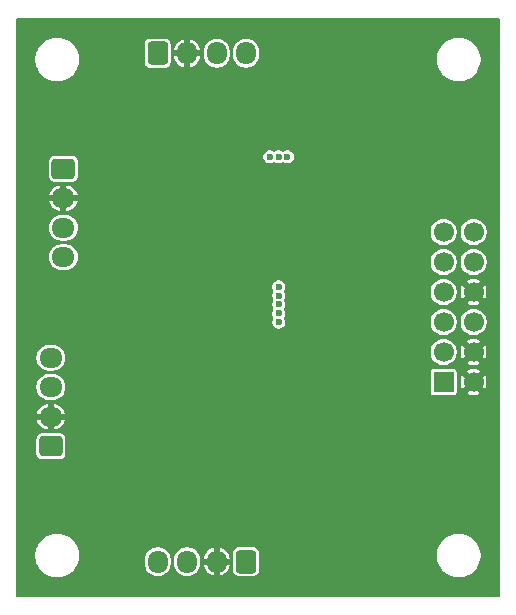
<source format=gbr>
%TF.GenerationSoftware,KiCad,Pcbnew,9.0.6*%
%TF.CreationDate,2025-12-29T21:08:54-05:00*%
%TF.ProjectId,plimsoll,706c696d-736f-46c6-9c2e-6b696361645f,rev?*%
%TF.SameCoordinates,Original*%
%TF.FileFunction,Copper,L3,Inr*%
%TF.FilePolarity,Positive*%
%FSLAX46Y46*%
G04 Gerber Fmt 4.6, Leading zero omitted, Abs format (unit mm)*
G04 Created by KiCad (PCBNEW 9.0.6) date 2025-12-29 21:08:54*
%MOMM*%
%LPD*%
G01*
G04 APERTURE LIST*
G04 Aperture macros list*
%AMRoundRect*
0 Rectangle with rounded corners*
0 $1 Rounding radius*
0 $2 $3 $4 $5 $6 $7 $8 $9 X,Y pos of 4 corners*
0 Add a 4 corners polygon primitive as box body*
4,1,4,$2,$3,$4,$5,$6,$7,$8,$9,$2,$3,0*
0 Add four circle primitives for the rounded corners*
1,1,$1+$1,$2,$3*
1,1,$1+$1,$4,$5*
1,1,$1+$1,$6,$7*
1,1,$1+$1,$8,$9*
0 Add four rect primitives between the rounded corners*
20,1,$1+$1,$2,$3,$4,$5,0*
20,1,$1+$1,$4,$5,$6,$7,0*
20,1,$1+$1,$6,$7,$8,$9,0*
20,1,$1+$1,$8,$9,$2,$3,0*%
G04 Aperture macros list end*
%TA.AperFunction,ComponentPad*%
%ADD10R,1.700000X1.700000*%
%TD*%
%TA.AperFunction,ComponentPad*%
%ADD11C,1.700000*%
%TD*%
%TA.AperFunction,ComponentPad*%
%ADD12RoundRect,0.250000X0.725000X-0.600000X0.725000X0.600000X-0.725000X0.600000X-0.725000X-0.600000X0*%
%TD*%
%TA.AperFunction,ComponentPad*%
%ADD13O,1.950000X1.700000*%
%TD*%
%TA.AperFunction,ComponentPad*%
%ADD14RoundRect,0.250000X0.600000X0.725000X-0.600000X0.725000X-0.600000X-0.725000X0.600000X-0.725000X0*%
%TD*%
%TA.AperFunction,ComponentPad*%
%ADD15O,1.700000X1.950000*%
%TD*%
%TA.AperFunction,ComponentPad*%
%ADD16RoundRect,0.250000X-0.725000X0.600000X-0.725000X-0.600000X0.725000X-0.600000X0.725000X0.600000X0*%
%TD*%
%TA.AperFunction,ComponentPad*%
%ADD17RoundRect,0.250000X-0.600000X-0.725000X0.600000X-0.725000X0.600000X0.725000X-0.600000X0.725000X0*%
%TD*%
%TA.AperFunction,ViaPad*%
%ADD18C,0.600000*%
%TD*%
G04 APERTURE END LIST*
D10*
%TO.N,+5V*%
%TO.C,J1*%
X136710000Y-131325000D03*
D11*
%TO.N,GND*%
X139250000Y-131325000D03*
%TO.N,/RSET*%
X136710000Y-128785000D03*
%TO.N,GND*%
X139250000Y-128785000D03*
%TO.N,/~{DRDY}*%
X136710000Y-126245000D03*
%TO.N,/~{CS}*%
X139250000Y-126245000D03*
%TO.N,/SCLK*%
X136710000Y-123705000D03*
%TO.N,GND*%
X139250000Y-123705000D03*
%TO.N,/DIN*%
X136710000Y-121165000D03*
%TO.N,/DOUT*%
X139250000Y-121165000D03*
%TO.N,/EXT_CLK*%
X136710000Y-118625000D03*
%TO.N,+3V3*%
X139250000Y-118625000D03*
%TD*%
D12*
%TO.N,+3.3VADC*%
%TO.C,LC3*%
X103475000Y-136750000D03*
D13*
%TO.N,GND*%
X103475000Y-134250000D03*
%TO.N,/LC3_Signal-*%
X103475000Y-131750000D03*
%TO.N,/LC3_Signal+*%
X103475000Y-129250000D03*
%TD*%
D14*
%TO.N,+3.3VADC*%
%TO.C,LC4*%
X120000000Y-146525000D03*
D15*
%TO.N,GND*%
X117500000Y-146525000D03*
%TO.N,/LC4_Signal-*%
X115000000Y-146525000D03*
%TO.N,/LC4_Signal+*%
X112500000Y-146525000D03*
%TD*%
D16*
%TO.N,+3.3VADC*%
%TO.C,LC2*%
X104525000Y-113250000D03*
D13*
%TO.N,GND*%
X104525000Y-115750000D03*
%TO.N,/LC2_Signal-*%
X104525000Y-118250000D03*
%TO.N,/LC2_Signal+*%
X104525000Y-120750000D03*
%TD*%
D17*
%TO.N,+3.3VADC*%
%TO.C,LC1*%
X112500000Y-103475000D03*
D15*
%TO.N,GND*%
X115000000Y-103475000D03*
%TO.N,/LC1_Signal-*%
X117500000Y-103475000D03*
%TO.N,/LC1_Signal+*%
X120000000Y-103475000D03*
%TD*%
D18*
%TO.N,GND*%
X130750000Y-109250000D03*
X140500000Y-135000000D03*
X133500000Y-102000000D03*
X125500000Y-147750000D03*
X133250000Y-147750000D03*
X127000000Y-116000000D03*
X131750000Y-115000000D03*
X129000000Y-102500000D03*
X109500000Y-115000000D03*
X123250000Y-108250000D03*
X121000000Y-116000000D03*
X118750000Y-122250000D03*
X102750000Y-125000000D03*
X129500000Y-116000000D03*
X124600000Y-122500000D03*
X111500000Y-127750000D03*
X108500000Y-148250000D03*
X127000000Y-118000000D03*
X125750000Y-116000000D03*
X131500000Y-124000000D03*
X115000000Y-118500000D03*
X117250000Y-134500000D03*
X136250000Y-135000000D03*
X121000000Y-114000000D03*
X130250000Y-113750000D03*
X121250000Y-122450000D03*
X121000000Y-120000000D03*
X128500000Y-139750000D03*
X128000000Y-119500000D03*
X108250000Y-125500000D03*
X101750000Y-141250000D03*
X127000000Y-122000000D03*
X131750000Y-117500000D03*
X127250000Y-120000000D03*
X131500000Y-121750000D03*
X114500000Y-109500000D03*
X121000000Y-118000000D03*
X123750000Y-133750000D03*
%TO.N,+3.3VADC*%
X122000000Y-112250000D03*
X122750000Y-125500000D03*
X122750000Y-126250000D03*
X123500000Y-112250000D03*
X122750000Y-112250000D03*
X122750000Y-123250000D03*
X122750000Y-124000000D03*
X122750000Y-124750000D03*
%TD*%
%TA.AperFunction,Conductor*%
%TO.N,GND*%
G36*
X141442539Y-100520185D02*
G01*
X141488294Y-100572989D01*
X141499500Y-100624500D01*
X141499500Y-149375500D01*
X141479815Y-149442539D01*
X141427011Y-149488294D01*
X141375500Y-149499500D01*
X100624500Y-149499500D01*
X100557461Y-149479815D01*
X100511706Y-149427011D01*
X100500500Y-149375500D01*
X100500500Y-145878711D01*
X102149500Y-145878711D01*
X102149500Y-146121288D01*
X102181161Y-146361785D01*
X102243947Y-146596104D01*
X102335303Y-146816657D01*
X102336776Y-146820212D01*
X102458064Y-147030289D01*
X102458066Y-147030292D01*
X102458067Y-147030293D01*
X102605733Y-147222736D01*
X102605739Y-147222743D01*
X102777256Y-147394260D01*
X102777262Y-147394265D01*
X102969711Y-147541936D01*
X103179788Y-147663224D01*
X103403900Y-147756054D01*
X103638211Y-147818838D01*
X103818586Y-147842584D01*
X103878711Y-147850500D01*
X103878712Y-147850500D01*
X104121289Y-147850500D01*
X104169388Y-147844167D01*
X104361789Y-147818838D01*
X104596100Y-147756054D01*
X104820212Y-147663224D01*
X105030289Y-147541936D01*
X105222738Y-147394265D01*
X105394265Y-147222738D01*
X105541936Y-147030289D01*
X105663224Y-146820212D01*
X105756054Y-146596100D01*
X105818838Y-146361789D01*
X105825210Y-146313389D01*
X111399500Y-146313389D01*
X111399500Y-146736610D01*
X111426579Y-146907585D01*
X111426598Y-146907701D01*
X111480127Y-147072445D01*
X111558768Y-147226788D01*
X111660586Y-147366928D01*
X111783072Y-147489414D01*
X111923212Y-147591232D01*
X112077555Y-147669873D01*
X112242299Y-147723402D01*
X112413389Y-147750500D01*
X112413390Y-147750500D01*
X112586610Y-147750500D01*
X112586611Y-147750500D01*
X112757701Y-147723402D01*
X112922445Y-147669873D01*
X113076788Y-147591232D01*
X113216928Y-147489414D01*
X113339414Y-147366928D01*
X113441232Y-147226788D01*
X113519873Y-147072445D01*
X113573402Y-146907701D01*
X113600500Y-146736611D01*
X113600500Y-146313389D01*
X113899500Y-146313389D01*
X113899500Y-146736610D01*
X113926579Y-146907585D01*
X113926598Y-146907701D01*
X113980127Y-147072445D01*
X114058768Y-147226788D01*
X114160586Y-147366928D01*
X114283072Y-147489414D01*
X114423212Y-147591232D01*
X114577555Y-147669873D01*
X114742299Y-147723402D01*
X114913389Y-147750500D01*
X114913390Y-147750500D01*
X115086610Y-147750500D01*
X115086611Y-147750500D01*
X115257701Y-147723402D01*
X115422445Y-147669873D01*
X115576788Y-147591232D01*
X115716928Y-147489414D01*
X115839414Y-147366928D01*
X115941232Y-147226788D01*
X116019873Y-147072445D01*
X116073402Y-146907701D01*
X116100500Y-146736611D01*
X116100500Y-146313389D01*
X116094420Y-146275000D01*
X116406086Y-146275000D01*
X117095854Y-146275000D01*
X117057370Y-146341657D01*
X117025000Y-146462465D01*
X117025000Y-146587535D01*
X117057370Y-146708343D01*
X117095854Y-146775000D01*
X116406086Y-146775000D01*
X116427086Y-146907585D01*
X116480591Y-147072257D01*
X116559195Y-147226524D01*
X116660967Y-147366602D01*
X116783397Y-147489032D01*
X116923475Y-147590804D01*
X117077744Y-147669408D01*
X117242415Y-147722914D01*
X117242414Y-147722914D01*
X117249999Y-147724115D01*
X117250000Y-147724114D01*
X117250000Y-146929145D01*
X117316657Y-146967630D01*
X117437465Y-147000000D01*
X117562535Y-147000000D01*
X117683343Y-146967630D01*
X117750000Y-146929145D01*
X117750000Y-147724115D01*
X117757584Y-147722914D01*
X117922255Y-147669408D01*
X118076524Y-147590804D01*
X118216602Y-147489032D01*
X118339032Y-147366602D01*
X118440804Y-147226524D01*
X118519408Y-147072257D01*
X118572913Y-146907585D01*
X118593914Y-146775000D01*
X117904146Y-146775000D01*
X117942630Y-146708343D01*
X117975000Y-146587535D01*
X117975000Y-146462465D01*
X117942630Y-146341657D01*
X117904146Y-146275000D01*
X118593914Y-146275000D01*
X118572913Y-146142414D01*
X118519408Y-145977742D01*
X118440802Y-145823471D01*
X118439505Y-145821686D01*
X118439504Y-145821685D01*
X118388973Y-145752135D01*
X118899500Y-145752135D01*
X118899500Y-147297870D01*
X118899501Y-147297876D01*
X118905908Y-147357483D01*
X118956202Y-147492328D01*
X118956206Y-147492335D01*
X119042452Y-147607544D01*
X119042455Y-147607547D01*
X119157664Y-147693793D01*
X119157671Y-147693797D01*
X119292517Y-147744091D01*
X119292516Y-147744091D01*
X119299444Y-147744835D01*
X119352127Y-147750500D01*
X120647872Y-147750499D01*
X120707483Y-147744091D01*
X120842331Y-147693796D01*
X120957546Y-147607546D01*
X121043796Y-147492331D01*
X121094091Y-147357483D01*
X121100500Y-147297873D01*
X121100499Y-145878711D01*
X136149500Y-145878711D01*
X136149500Y-146121288D01*
X136181161Y-146361785D01*
X136243947Y-146596104D01*
X136335303Y-146816657D01*
X136336776Y-146820212D01*
X136458064Y-147030289D01*
X136458066Y-147030292D01*
X136458067Y-147030293D01*
X136605733Y-147222736D01*
X136605739Y-147222743D01*
X136777256Y-147394260D01*
X136777262Y-147394265D01*
X136969711Y-147541936D01*
X137179788Y-147663224D01*
X137403900Y-147756054D01*
X137638211Y-147818838D01*
X137818586Y-147842584D01*
X137878711Y-147850500D01*
X137878712Y-147850500D01*
X138121289Y-147850500D01*
X138169388Y-147844167D01*
X138361789Y-147818838D01*
X138596100Y-147756054D01*
X138820212Y-147663224D01*
X139030289Y-147541936D01*
X139222738Y-147394265D01*
X139394265Y-147222738D01*
X139541936Y-147030289D01*
X139663224Y-146820212D01*
X139756054Y-146596100D01*
X139818838Y-146361789D01*
X139850500Y-146121288D01*
X139850500Y-145878712D01*
X139818838Y-145638211D01*
X139756054Y-145403900D01*
X139663224Y-145179788D01*
X139541936Y-144969711D01*
X139394265Y-144777262D01*
X139394260Y-144777256D01*
X139222743Y-144605739D01*
X139222736Y-144605733D01*
X139030293Y-144458067D01*
X139030292Y-144458066D01*
X139030289Y-144458064D01*
X138820212Y-144336776D01*
X138820205Y-144336773D01*
X138596104Y-144243947D01*
X138361785Y-144181161D01*
X138121289Y-144149500D01*
X138121288Y-144149500D01*
X137878712Y-144149500D01*
X137878711Y-144149500D01*
X137638214Y-144181161D01*
X137403895Y-144243947D01*
X137179794Y-144336773D01*
X137179785Y-144336777D01*
X136969706Y-144458067D01*
X136777263Y-144605733D01*
X136777256Y-144605739D01*
X136605739Y-144777256D01*
X136605733Y-144777263D01*
X136458067Y-144969706D01*
X136336777Y-145179785D01*
X136336773Y-145179794D01*
X136243947Y-145403895D01*
X136181161Y-145638214D01*
X136149500Y-145878711D01*
X121100499Y-145878711D01*
X121100499Y-145752128D01*
X121094091Y-145692517D01*
X121090690Y-145683399D01*
X121043797Y-145557671D01*
X121043793Y-145557664D01*
X120957547Y-145442455D01*
X120957544Y-145442452D01*
X120842335Y-145356206D01*
X120842328Y-145356202D01*
X120707482Y-145305908D01*
X120707483Y-145305908D01*
X120647883Y-145299501D01*
X120647881Y-145299500D01*
X120647873Y-145299500D01*
X120647864Y-145299500D01*
X119352129Y-145299500D01*
X119352123Y-145299501D01*
X119292516Y-145305908D01*
X119157671Y-145356202D01*
X119157664Y-145356206D01*
X119042455Y-145442452D01*
X119042452Y-145442455D01*
X118956206Y-145557664D01*
X118956202Y-145557671D01*
X118905908Y-145692517D01*
X118899501Y-145752116D01*
X118899501Y-145752123D01*
X118899500Y-145752135D01*
X118388973Y-145752135D01*
X118339038Y-145683404D01*
X118339034Y-145683399D01*
X118216602Y-145560967D01*
X118076524Y-145459195D01*
X117922257Y-145380591D01*
X117757589Y-145327087D01*
X117757581Y-145327085D01*
X117750000Y-145325884D01*
X117750000Y-146120854D01*
X117683343Y-146082370D01*
X117562535Y-146050000D01*
X117437465Y-146050000D01*
X117316657Y-146082370D01*
X117250000Y-146120854D01*
X117250000Y-145325884D01*
X117249999Y-145325884D01*
X117242418Y-145327085D01*
X117242410Y-145327087D01*
X117077742Y-145380591D01*
X116923475Y-145459195D01*
X116783397Y-145560967D01*
X116660967Y-145683397D01*
X116559195Y-145823475D01*
X116480591Y-145977742D01*
X116427086Y-146142414D01*
X116406086Y-146275000D01*
X116094420Y-146275000D01*
X116073402Y-146142299D01*
X116019873Y-145977555D01*
X115941232Y-145823212D01*
X115839414Y-145683072D01*
X115716928Y-145560586D01*
X115576788Y-145458768D01*
X115422445Y-145380127D01*
X115257701Y-145326598D01*
X115257699Y-145326597D01*
X115257698Y-145326597D01*
X115126271Y-145305781D01*
X115086611Y-145299500D01*
X114913389Y-145299500D01*
X114873728Y-145305781D01*
X114742302Y-145326597D01*
X114577552Y-145380128D01*
X114423211Y-145458768D01*
X114343256Y-145516859D01*
X114283072Y-145560586D01*
X114283070Y-145560588D01*
X114283069Y-145560588D01*
X114160588Y-145683069D01*
X114160588Y-145683070D01*
X114160586Y-145683072D01*
X114160345Y-145683404D01*
X114058768Y-145823211D01*
X113980128Y-145977552D01*
X113926597Y-146142302D01*
X113899500Y-146313389D01*
X113600500Y-146313389D01*
X113573402Y-146142299D01*
X113519873Y-145977555D01*
X113441232Y-145823212D01*
X113339414Y-145683072D01*
X113216928Y-145560586D01*
X113076788Y-145458768D01*
X112922445Y-145380127D01*
X112757701Y-145326598D01*
X112757699Y-145326597D01*
X112757698Y-145326597D01*
X112626271Y-145305781D01*
X112586611Y-145299500D01*
X112413389Y-145299500D01*
X112373728Y-145305781D01*
X112242302Y-145326597D01*
X112077552Y-145380128D01*
X111923211Y-145458768D01*
X111843256Y-145516859D01*
X111783072Y-145560586D01*
X111783070Y-145560588D01*
X111783069Y-145560588D01*
X111660588Y-145683069D01*
X111660588Y-145683070D01*
X111660586Y-145683072D01*
X111660345Y-145683404D01*
X111558768Y-145823211D01*
X111480128Y-145977552D01*
X111426597Y-146142302D01*
X111399500Y-146313389D01*
X105825210Y-146313389D01*
X105850500Y-146121288D01*
X105850500Y-145878712D01*
X105818838Y-145638211D01*
X105756054Y-145403900D01*
X105663224Y-145179788D01*
X105541936Y-144969711D01*
X105394265Y-144777262D01*
X105394260Y-144777256D01*
X105222743Y-144605739D01*
X105222736Y-144605733D01*
X105030293Y-144458067D01*
X105030292Y-144458066D01*
X105030289Y-144458064D01*
X104820212Y-144336776D01*
X104820205Y-144336773D01*
X104596104Y-144243947D01*
X104361785Y-144181161D01*
X104121289Y-144149500D01*
X104121288Y-144149500D01*
X103878712Y-144149500D01*
X103878711Y-144149500D01*
X103638214Y-144181161D01*
X103403895Y-144243947D01*
X103179794Y-144336773D01*
X103179785Y-144336777D01*
X102969706Y-144458067D01*
X102777263Y-144605733D01*
X102777256Y-144605739D01*
X102605739Y-144777256D01*
X102605733Y-144777263D01*
X102458067Y-144969706D01*
X102336777Y-145179785D01*
X102336773Y-145179794D01*
X102243947Y-145403895D01*
X102181161Y-145638214D01*
X102149500Y-145878711D01*
X100500500Y-145878711D01*
X100500500Y-136102135D01*
X102249500Y-136102135D01*
X102249500Y-137397870D01*
X102249501Y-137397876D01*
X102255908Y-137457483D01*
X102306202Y-137592328D01*
X102306206Y-137592335D01*
X102392452Y-137707544D01*
X102392455Y-137707547D01*
X102507664Y-137793793D01*
X102507671Y-137793797D01*
X102642517Y-137844091D01*
X102642516Y-137844091D01*
X102649444Y-137844835D01*
X102702127Y-137850500D01*
X104247872Y-137850499D01*
X104307483Y-137844091D01*
X104442331Y-137793796D01*
X104557546Y-137707546D01*
X104643796Y-137592331D01*
X104694091Y-137457483D01*
X104700500Y-137397873D01*
X104700499Y-136102128D01*
X104694091Y-136042517D01*
X104643796Y-135907669D01*
X104643795Y-135907668D01*
X104643793Y-135907664D01*
X104557547Y-135792455D01*
X104557544Y-135792452D01*
X104442335Y-135706206D01*
X104442328Y-135706202D01*
X104307482Y-135655908D01*
X104307483Y-135655908D01*
X104247883Y-135649501D01*
X104247881Y-135649500D01*
X104247873Y-135649500D01*
X104247864Y-135649500D01*
X102702129Y-135649500D01*
X102702123Y-135649501D01*
X102642516Y-135655908D01*
X102507671Y-135706202D01*
X102507664Y-135706206D01*
X102392455Y-135792452D01*
X102392452Y-135792455D01*
X102306206Y-135907664D01*
X102306202Y-135907671D01*
X102255908Y-136042517D01*
X102249501Y-136102116D01*
X102249501Y-136102123D01*
X102249500Y-136102135D01*
X100500500Y-136102135D01*
X100500500Y-133999999D01*
X102275884Y-133999999D01*
X102275885Y-134000000D01*
X103070854Y-134000000D01*
X103032370Y-134066657D01*
X103000000Y-134187465D01*
X103000000Y-134312535D01*
X103032370Y-134433343D01*
X103070854Y-134500000D01*
X102275885Y-134500000D01*
X102277085Y-134507584D01*
X102330591Y-134672255D01*
X102409195Y-134826524D01*
X102510967Y-134966602D01*
X102633397Y-135089032D01*
X102773475Y-135190804D01*
X102927744Y-135269408D01*
X103092415Y-135322913D01*
X103225000Y-135343913D01*
X103225000Y-134654145D01*
X103291657Y-134692630D01*
X103412465Y-134725000D01*
X103537535Y-134725000D01*
X103658343Y-134692630D01*
X103725000Y-134654145D01*
X103725000Y-135343912D01*
X103857584Y-135322913D01*
X104022255Y-135269408D01*
X104176524Y-135190804D01*
X104316602Y-135089032D01*
X104439032Y-134966602D01*
X104540804Y-134826524D01*
X104619408Y-134672255D01*
X104672914Y-134507584D01*
X104674115Y-134500000D01*
X103879146Y-134500000D01*
X103917630Y-134433343D01*
X103950000Y-134312535D01*
X103950000Y-134187465D01*
X103917630Y-134066657D01*
X103879146Y-134000000D01*
X104674115Y-134000000D01*
X104674115Y-133999999D01*
X104672914Y-133992415D01*
X104619408Y-133827744D01*
X104540804Y-133673475D01*
X104439032Y-133533397D01*
X104316602Y-133410967D01*
X104176524Y-133309195D01*
X104022257Y-133230591D01*
X103857585Y-133177086D01*
X103725000Y-133156086D01*
X103725000Y-133845854D01*
X103658343Y-133807370D01*
X103537535Y-133775000D01*
X103412465Y-133775000D01*
X103291657Y-133807370D01*
X103225000Y-133845854D01*
X103225000Y-133156086D01*
X103092414Y-133177086D01*
X102927742Y-133230591D01*
X102773475Y-133309195D01*
X102633397Y-133410967D01*
X102510967Y-133533397D01*
X102409195Y-133673475D01*
X102330591Y-133827744D01*
X102277085Y-133992415D01*
X102275884Y-133999999D01*
X100500500Y-133999999D01*
X100500500Y-131663389D01*
X102249500Y-131663389D01*
X102249500Y-131836611D01*
X102276598Y-132007701D01*
X102330127Y-132172445D01*
X102408768Y-132326788D01*
X102510586Y-132466928D01*
X102633072Y-132589414D01*
X102773212Y-132691232D01*
X102927555Y-132769873D01*
X103092299Y-132823402D01*
X103263389Y-132850500D01*
X103263390Y-132850500D01*
X103686610Y-132850500D01*
X103686611Y-132850500D01*
X103857701Y-132823402D01*
X104022445Y-132769873D01*
X104176788Y-132691232D01*
X104316928Y-132589414D01*
X104439414Y-132466928D01*
X104541232Y-132326788D01*
X104619873Y-132172445D01*
X104673402Y-132007701D01*
X104700500Y-131836611D01*
X104700500Y-131663389D01*
X104673402Y-131492299D01*
X104619873Y-131327555D01*
X104541232Y-131173212D01*
X104439414Y-131033072D01*
X104316928Y-130910586D01*
X104176788Y-130808768D01*
X104058432Y-130748463D01*
X104022447Y-130730128D01*
X104022446Y-130730127D01*
X104022445Y-130730127D01*
X103857701Y-130676598D01*
X103857699Y-130676597D01*
X103857698Y-130676597D01*
X103726271Y-130655781D01*
X103686611Y-130649500D01*
X103263389Y-130649500D01*
X103223728Y-130655781D01*
X103092302Y-130676597D01*
X102927552Y-130730128D01*
X102773211Y-130808768D01*
X102693256Y-130866859D01*
X102633072Y-130910586D01*
X102633070Y-130910588D01*
X102633069Y-130910588D01*
X102510588Y-131033069D01*
X102510588Y-131033070D01*
X102510586Y-131033072D01*
X102466859Y-131093256D01*
X102408768Y-131173211D01*
X102330128Y-131327552D01*
X102276597Y-131492302D01*
X102272528Y-131517993D01*
X102249500Y-131663389D01*
X100500500Y-131663389D01*
X100500500Y-130450321D01*
X135609500Y-130450321D01*
X135609500Y-132199678D01*
X135624032Y-132272735D01*
X135624033Y-132272739D01*
X135624034Y-132272740D01*
X135679399Y-132355601D01*
X135742726Y-132397914D01*
X135762260Y-132410966D01*
X135762264Y-132410967D01*
X135835321Y-132425499D01*
X135835324Y-132425500D01*
X135835326Y-132425500D01*
X137584676Y-132425500D01*
X137584677Y-132425499D01*
X137657740Y-132410966D01*
X137740601Y-132355601D01*
X137795966Y-132272740D01*
X137810500Y-132199674D01*
X137810500Y-131238428D01*
X138150000Y-131238428D01*
X138150000Y-131411571D01*
X138177085Y-131582584D01*
X138230592Y-131747259D01*
X138309196Y-131901525D01*
X138313709Y-131907736D01*
X138313709Y-131907737D01*
X138767037Y-131454409D01*
X138784075Y-131517993D01*
X138849901Y-131632007D01*
X138942993Y-131725099D01*
X139057007Y-131790925D01*
X139120589Y-131807962D01*
X138667261Y-132261289D01*
X138667262Y-132261290D01*
X138673471Y-132265801D01*
X138827742Y-132344408D01*
X138992415Y-132397914D01*
X139163429Y-132425000D01*
X139336571Y-132425000D01*
X139507584Y-132397914D01*
X139672257Y-132344408D01*
X139826525Y-132265803D01*
X139832736Y-132261289D01*
X139832737Y-132261289D01*
X139379410Y-131807962D01*
X139442993Y-131790925D01*
X139557007Y-131725099D01*
X139650099Y-131632007D01*
X139715925Y-131517993D01*
X139732962Y-131454409D01*
X140186289Y-131907736D01*
X140190803Y-131901525D01*
X140269408Y-131747257D01*
X140322914Y-131582584D01*
X140350000Y-131411571D01*
X140350000Y-131238428D01*
X140322914Y-131067415D01*
X140269408Y-130902742D01*
X140190801Y-130748471D01*
X140186290Y-130742262D01*
X140186289Y-130742261D01*
X139732962Y-131195589D01*
X139715925Y-131132007D01*
X139650099Y-131017993D01*
X139557007Y-130924901D01*
X139442993Y-130859075D01*
X139379409Y-130842037D01*
X139832737Y-130388709D01*
X139826525Y-130384196D01*
X139672259Y-130305592D01*
X139507584Y-130252085D01*
X139336571Y-130225000D01*
X139163429Y-130225000D01*
X138992415Y-130252085D01*
X138827740Y-130305592D01*
X138673480Y-130384193D01*
X138673463Y-130384203D01*
X138667261Y-130388708D01*
X138667261Y-130388709D01*
X139120590Y-130842037D01*
X139057007Y-130859075D01*
X138942993Y-130924901D01*
X138849901Y-131017993D01*
X138784075Y-131132007D01*
X138767037Y-131195590D01*
X138313709Y-130742261D01*
X138313708Y-130742261D01*
X138309203Y-130748463D01*
X138309193Y-130748480D01*
X138230592Y-130902740D01*
X138177085Y-131067415D01*
X138150000Y-131238428D01*
X137810500Y-131238428D01*
X137810500Y-130450326D01*
X137810500Y-130450322D01*
X137795967Y-130377264D01*
X137795966Y-130377260D01*
X137778086Y-130350500D01*
X137740601Y-130294399D01*
X137657740Y-130239034D01*
X137657739Y-130239033D01*
X137657735Y-130239032D01*
X137584677Y-130224500D01*
X137584674Y-130224500D01*
X135835326Y-130224500D01*
X135835323Y-130224500D01*
X135762264Y-130239032D01*
X135762260Y-130239033D01*
X135679399Y-130294399D01*
X135624033Y-130377260D01*
X135624032Y-130377264D01*
X135609500Y-130450321D01*
X100500500Y-130450321D01*
X100500500Y-129163389D01*
X102249500Y-129163389D01*
X102249500Y-129336610D01*
X102275683Y-129501929D01*
X102276598Y-129507701D01*
X102330127Y-129672445D01*
X102408768Y-129826788D01*
X102510586Y-129966928D01*
X102633072Y-130089414D01*
X102773212Y-130191232D01*
X102927555Y-130269873D01*
X103092299Y-130323402D01*
X103263389Y-130350500D01*
X103263390Y-130350500D01*
X103686610Y-130350500D01*
X103686611Y-130350500D01*
X103857701Y-130323402D01*
X104022445Y-130269873D01*
X104176788Y-130191232D01*
X104316928Y-130089414D01*
X104439414Y-129966928D01*
X104541232Y-129826788D01*
X104619873Y-129672445D01*
X104673402Y-129507701D01*
X104700500Y-129336611D01*
X104700500Y-129163389D01*
X104673402Y-128992299D01*
X104619873Y-128827555D01*
X104554060Y-128698389D01*
X135609500Y-128698389D01*
X135609500Y-128871610D01*
X135628615Y-128992302D01*
X135636598Y-129042701D01*
X135690127Y-129207445D01*
X135768768Y-129361788D01*
X135870586Y-129501928D01*
X135993072Y-129624414D01*
X136133212Y-129726232D01*
X136287555Y-129804873D01*
X136452299Y-129858402D01*
X136623389Y-129885500D01*
X136623390Y-129885500D01*
X136796610Y-129885500D01*
X136796611Y-129885500D01*
X136967701Y-129858402D01*
X137132445Y-129804873D01*
X137286788Y-129726232D01*
X137426928Y-129624414D01*
X137549414Y-129501928D01*
X137651232Y-129361788D01*
X137729873Y-129207445D01*
X137783402Y-129042701D01*
X137810500Y-128871611D01*
X137810500Y-128698428D01*
X138150000Y-128698428D01*
X138150000Y-128871571D01*
X138177085Y-129042584D01*
X138230592Y-129207259D01*
X138309196Y-129361525D01*
X138313709Y-129367736D01*
X138313709Y-129367737D01*
X138767037Y-128914409D01*
X138784075Y-128977993D01*
X138849901Y-129092007D01*
X138942993Y-129185099D01*
X139057007Y-129250925D01*
X139120589Y-129267962D01*
X138667261Y-129721289D01*
X138667262Y-129721290D01*
X138673471Y-129725801D01*
X138827742Y-129804408D01*
X138992415Y-129857914D01*
X139163429Y-129885000D01*
X139336571Y-129885000D01*
X139507584Y-129857914D01*
X139672257Y-129804408D01*
X139826525Y-129725803D01*
X139832736Y-129721289D01*
X139832737Y-129721289D01*
X139379410Y-129267962D01*
X139442993Y-129250925D01*
X139557007Y-129185099D01*
X139650099Y-129092007D01*
X139715925Y-128977993D01*
X139732962Y-128914409D01*
X140186289Y-129367736D01*
X140190803Y-129361525D01*
X140269408Y-129207257D01*
X140322914Y-129042584D01*
X140350000Y-128871571D01*
X140350000Y-128698428D01*
X140322914Y-128527415D01*
X140269408Y-128362742D01*
X140190801Y-128208471D01*
X140186290Y-128202262D01*
X140186289Y-128202261D01*
X139732962Y-128655589D01*
X139715925Y-128592007D01*
X139650099Y-128477993D01*
X139557007Y-128384901D01*
X139442993Y-128319075D01*
X139379409Y-128302037D01*
X139832737Y-127848709D01*
X139826525Y-127844196D01*
X139672259Y-127765592D01*
X139507584Y-127712085D01*
X139336571Y-127685000D01*
X139163429Y-127685000D01*
X138992415Y-127712085D01*
X138827740Y-127765592D01*
X138673480Y-127844193D01*
X138673463Y-127844203D01*
X138667261Y-127848708D01*
X138667261Y-127848709D01*
X139120590Y-128302037D01*
X139057007Y-128319075D01*
X138942993Y-128384901D01*
X138849901Y-128477993D01*
X138784075Y-128592007D01*
X138767037Y-128655590D01*
X138313709Y-128202261D01*
X138313708Y-128202261D01*
X138309203Y-128208463D01*
X138309193Y-128208480D01*
X138230592Y-128362740D01*
X138177085Y-128527415D01*
X138150000Y-128698428D01*
X137810500Y-128698428D01*
X137810500Y-128698389D01*
X137783402Y-128527299D01*
X137729873Y-128362555D01*
X137651232Y-128208212D01*
X137549414Y-128068072D01*
X137426928Y-127945586D01*
X137286788Y-127843768D01*
X137132445Y-127765127D01*
X136967701Y-127711598D01*
X136967699Y-127711597D01*
X136967698Y-127711597D01*
X136836271Y-127690781D01*
X136796611Y-127684500D01*
X136623389Y-127684500D01*
X136583728Y-127690781D01*
X136452302Y-127711597D01*
X136287552Y-127765128D01*
X136133211Y-127843768D01*
X136053256Y-127901859D01*
X135993072Y-127945586D01*
X135993070Y-127945588D01*
X135993069Y-127945588D01*
X135870588Y-128068069D01*
X135870588Y-128068070D01*
X135870586Y-128068072D01*
X135826859Y-128128256D01*
X135768768Y-128208211D01*
X135690128Y-128362552D01*
X135636597Y-128527302D01*
X135609500Y-128698389D01*
X104554060Y-128698389D01*
X104541232Y-128673212D01*
X104541231Y-128673211D01*
X104525937Y-128652160D01*
X104439414Y-128533072D01*
X104316928Y-128410586D01*
X104176788Y-128308768D01*
X104022445Y-128230127D01*
X103857701Y-128176598D01*
X103857699Y-128176597D01*
X103857698Y-128176597D01*
X103726271Y-128155781D01*
X103686611Y-128149500D01*
X103263389Y-128149500D01*
X103223728Y-128155781D01*
X103092302Y-128176597D01*
X102927552Y-128230128D01*
X102773211Y-128308768D01*
X102699185Y-128362552D01*
X102633072Y-128410586D01*
X102633070Y-128410588D01*
X102633069Y-128410588D01*
X102510588Y-128533069D01*
X102510588Y-128533070D01*
X102510586Y-128533072D01*
X102467767Y-128592007D01*
X102408768Y-128673211D01*
X102330128Y-128827552D01*
X102276597Y-128992302D01*
X102249500Y-129163389D01*
X100500500Y-129163389D01*
X100500500Y-123177525D01*
X122199500Y-123177525D01*
X122199500Y-123322475D01*
X122232947Y-123447299D01*
X122237017Y-123462488D01*
X122295048Y-123563000D01*
X122311521Y-123630900D01*
X122295048Y-123687000D01*
X122237017Y-123787511D01*
X122237016Y-123787515D01*
X122199500Y-123927525D01*
X122199500Y-124072475D01*
X122237016Y-124212485D01*
X122237017Y-124212488D01*
X122295048Y-124313000D01*
X122311521Y-124380900D01*
X122295048Y-124437000D01*
X122237017Y-124537511D01*
X122237016Y-124537515D01*
X122199500Y-124677525D01*
X122199500Y-124822475D01*
X122237016Y-124962485D01*
X122237017Y-124962488D01*
X122295048Y-125063000D01*
X122311521Y-125130900D01*
X122295048Y-125187000D01*
X122237017Y-125287511D01*
X122237016Y-125287515D01*
X122199500Y-125427525D01*
X122199500Y-125572475D01*
X122225153Y-125668211D01*
X122237017Y-125712488D01*
X122295048Y-125813000D01*
X122311521Y-125880900D01*
X122295048Y-125937000D01*
X122237017Y-126037511D01*
X122237016Y-126037515D01*
X122199500Y-126177525D01*
X122199500Y-126322475D01*
X122237016Y-126462485D01*
X122237017Y-126462488D01*
X122309488Y-126588011D01*
X122309490Y-126588013D01*
X122309491Y-126588015D01*
X122411985Y-126690509D01*
X122411986Y-126690510D01*
X122411988Y-126690511D01*
X122537511Y-126762982D01*
X122537512Y-126762982D01*
X122537515Y-126762984D01*
X122677525Y-126800500D01*
X122677528Y-126800500D01*
X122822472Y-126800500D01*
X122822475Y-126800500D01*
X122962485Y-126762984D01*
X123088015Y-126690509D01*
X123190509Y-126588015D01*
X123262984Y-126462485D01*
X123300500Y-126322475D01*
X123300500Y-126177525D01*
X123295372Y-126158389D01*
X135609500Y-126158389D01*
X135609500Y-126331611D01*
X135636598Y-126502701D01*
X135690127Y-126667445D01*
X135768768Y-126821788D01*
X135870586Y-126961928D01*
X135993072Y-127084414D01*
X136133212Y-127186232D01*
X136287555Y-127264873D01*
X136452299Y-127318402D01*
X136623389Y-127345500D01*
X136623390Y-127345500D01*
X136796610Y-127345500D01*
X136796611Y-127345500D01*
X136967701Y-127318402D01*
X137132445Y-127264873D01*
X137286788Y-127186232D01*
X137426928Y-127084414D01*
X137549414Y-126961928D01*
X137651232Y-126821788D01*
X137729873Y-126667445D01*
X137783402Y-126502701D01*
X137810500Y-126331611D01*
X137810500Y-126158389D01*
X138149500Y-126158389D01*
X138149500Y-126331611D01*
X138176598Y-126502701D01*
X138230127Y-126667445D01*
X138308768Y-126821788D01*
X138410586Y-126961928D01*
X138533072Y-127084414D01*
X138673212Y-127186232D01*
X138827555Y-127264873D01*
X138992299Y-127318402D01*
X139163389Y-127345500D01*
X139163390Y-127345500D01*
X139336610Y-127345500D01*
X139336611Y-127345500D01*
X139507701Y-127318402D01*
X139672445Y-127264873D01*
X139826788Y-127186232D01*
X139966928Y-127084414D01*
X140089414Y-126961928D01*
X140191232Y-126821788D01*
X140269873Y-126667445D01*
X140323402Y-126502701D01*
X140350500Y-126331611D01*
X140350500Y-126158389D01*
X140323402Y-125987299D01*
X140269873Y-125822555D01*
X140191232Y-125668212D01*
X140089414Y-125528072D01*
X139966928Y-125405586D01*
X139826788Y-125303768D01*
X139672445Y-125225127D01*
X139507701Y-125171598D01*
X139507699Y-125171597D01*
X139507698Y-125171597D01*
X139376271Y-125150781D01*
X139336611Y-125144500D01*
X139163389Y-125144500D01*
X139123728Y-125150781D01*
X138992302Y-125171597D01*
X138827552Y-125225128D01*
X138673211Y-125303768D01*
X138593256Y-125361859D01*
X138533072Y-125405586D01*
X138533070Y-125405588D01*
X138533069Y-125405588D01*
X138410588Y-125528069D01*
X138410588Y-125528070D01*
X138410586Y-125528072D01*
X138378325Y-125572475D01*
X138308768Y-125668211D01*
X138230128Y-125822552D01*
X138176597Y-125987302D01*
X138149500Y-126158389D01*
X137810500Y-126158389D01*
X137783402Y-125987299D01*
X137729873Y-125822555D01*
X137651232Y-125668212D01*
X137549414Y-125528072D01*
X137426928Y-125405586D01*
X137286788Y-125303768D01*
X137132445Y-125225127D01*
X136967701Y-125171598D01*
X136967699Y-125171597D01*
X136967698Y-125171597D01*
X136836271Y-125150781D01*
X136796611Y-125144500D01*
X136623389Y-125144500D01*
X136583728Y-125150781D01*
X136452302Y-125171597D01*
X136287552Y-125225128D01*
X136133211Y-125303768D01*
X136053256Y-125361859D01*
X135993072Y-125405586D01*
X135993070Y-125405588D01*
X135993069Y-125405588D01*
X135870588Y-125528069D01*
X135870588Y-125528070D01*
X135870586Y-125528072D01*
X135838325Y-125572475D01*
X135768768Y-125668211D01*
X135690128Y-125822552D01*
X135636597Y-125987302D01*
X135609500Y-126158389D01*
X123295372Y-126158389D01*
X123262984Y-126037515D01*
X123204950Y-125936997D01*
X123188478Y-125869101D01*
X123204951Y-125813000D01*
X123262984Y-125712485D01*
X123300500Y-125572475D01*
X123300500Y-125427525D01*
X123262984Y-125287515D01*
X123204950Y-125186997D01*
X123188478Y-125119101D01*
X123204951Y-125063000D01*
X123262984Y-124962485D01*
X123300500Y-124822475D01*
X123300500Y-124677525D01*
X123262984Y-124537515D01*
X123204950Y-124436997D01*
X123188478Y-124369101D01*
X123204951Y-124313000D01*
X123262984Y-124212485D01*
X123300500Y-124072475D01*
X123300500Y-123927525D01*
X123262984Y-123787515D01*
X123204950Y-123686997D01*
X123202120Y-123675333D01*
X123195157Y-123665554D01*
X123194035Y-123642010D01*
X123188478Y-123619101D01*
X123188687Y-123618389D01*
X135609500Y-123618389D01*
X135609500Y-123791610D01*
X135631026Y-123927525D01*
X135636598Y-123962701D01*
X135690127Y-124127445D01*
X135768768Y-124281788D01*
X135870586Y-124421928D01*
X135993072Y-124544414D01*
X136133212Y-124646232D01*
X136287555Y-124724873D01*
X136452299Y-124778402D01*
X136623389Y-124805500D01*
X136623390Y-124805500D01*
X136796610Y-124805500D01*
X136796611Y-124805500D01*
X136967701Y-124778402D01*
X137132445Y-124724873D01*
X137286788Y-124646232D01*
X137426928Y-124544414D01*
X137549414Y-124421928D01*
X137651232Y-124281788D01*
X137729873Y-124127445D01*
X137783402Y-123962701D01*
X137810500Y-123791611D01*
X137810500Y-123618428D01*
X138150000Y-123618428D01*
X138150000Y-123791571D01*
X138177085Y-123962584D01*
X138230592Y-124127259D01*
X138309196Y-124281525D01*
X138313709Y-124287736D01*
X138313709Y-124287737D01*
X138767037Y-123834409D01*
X138784075Y-123897993D01*
X138849901Y-124012007D01*
X138942993Y-124105099D01*
X139057007Y-124170925D01*
X139120589Y-124187962D01*
X138667261Y-124641289D01*
X138667262Y-124641290D01*
X138673471Y-124645801D01*
X138827742Y-124724408D01*
X138992415Y-124777914D01*
X139163429Y-124805000D01*
X139336571Y-124805000D01*
X139507584Y-124777914D01*
X139672257Y-124724408D01*
X139826525Y-124645803D01*
X139832736Y-124641289D01*
X139832737Y-124641289D01*
X139379410Y-124187962D01*
X139442993Y-124170925D01*
X139557007Y-124105099D01*
X139650099Y-124012007D01*
X139715925Y-123897993D01*
X139732962Y-123834409D01*
X140186289Y-124287736D01*
X140190803Y-124281525D01*
X140269408Y-124127257D01*
X140322914Y-123962584D01*
X140350000Y-123791571D01*
X140350000Y-123618428D01*
X140322914Y-123447415D01*
X140269408Y-123282742D01*
X140190801Y-123128471D01*
X140186290Y-123122262D01*
X140186289Y-123122261D01*
X139732962Y-123575589D01*
X139715925Y-123512007D01*
X139650099Y-123397993D01*
X139557007Y-123304901D01*
X139442993Y-123239075D01*
X139379409Y-123222037D01*
X139832737Y-122768709D01*
X139826525Y-122764196D01*
X139672259Y-122685592D01*
X139507584Y-122632085D01*
X139336571Y-122605000D01*
X139163429Y-122605000D01*
X138992415Y-122632085D01*
X138827740Y-122685592D01*
X138673480Y-122764193D01*
X138673463Y-122764203D01*
X138667261Y-122768708D01*
X138667261Y-122768709D01*
X139120590Y-123222037D01*
X139057007Y-123239075D01*
X138942993Y-123304901D01*
X138849901Y-123397993D01*
X138784075Y-123512007D01*
X138767037Y-123575590D01*
X138313709Y-123122261D01*
X138313708Y-123122261D01*
X138309203Y-123128463D01*
X138309193Y-123128480D01*
X138230592Y-123282740D01*
X138177085Y-123447415D01*
X138150000Y-123618428D01*
X137810500Y-123618428D01*
X137810500Y-123618389D01*
X137783402Y-123447299D01*
X137729873Y-123282555D01*
X137651232Y-123128212D01*
X137549414Y-122988072D01*
X137426928Y-122865586D01*
X137286788Y-122763768D01*
X137132445Y-122685127D01*
X136967701Y-122631598D01*
X136967699Y-122631597D01*
X136967698Y-122631597D01*
X136836271Y-122610781D01*
X136796611Y-122604500D01*
X136623389Y-122604500D01*
X136583728Y-122610781D01*
X136452302Y-122631597D01*
X136287552Y-122685128D01*
X136133211Y-122763768D01*
X136070284Y-122809488D01*
X135993072Y-122865586D01*
X135993070Y-122865588D01*
X135993069Y-122865588D01*
X135870588Y-122988069D01*
X135870588Y-122988070D01*
X135870586Y-122988072D01*
X135826859Y-123048256D01*
X135768768Y-123128211D01*
X135690128Y-123282552D01*
X135636597Y-123447302D01*
X135609500Y-123618389D01*
X123188687Y-123618389D01*
X123192321Y-123606010D01*
X123191834Y-123595764D01*
X123204951Y-123563000D01*
X123262984Y-123462485D01*
X123300500Y-123322475D01*
X123300500Y-123177525D01*
X123262984Y-123037515D01*
X123234436Y-122988069D01*
X123190511Y-122911988D01*
X123190506Y-122911982D01*
X123088017Y-122809493D01*
X123088011Y-122809488D01*
X122962488Y-122737017D01*
X122962489Y-122737017D01*
X122951006Y-122733940D01*
X122822475Y-122699500D01*
X122677525Y-122699500D01*
X122548993Y-122733940D01*
X122537511Y-122737017D01*
X122411988Y-122809488D01*
X122411982Y-122809493D01*
X122309493Y-122911982D01*
X122309488Y-122911988D01*
X122237017Y-123037511D01*
X122237016Y-123037515D01*
X122199500Y-123177525D01*
X100500500Y-123177525D01*
X100500500Y-120663389D01*
X103299500Y-120663389D01*
X103299500Y-120836610D01*
X103326597Y-121007697D01*
X103326597Y-121007699D01*
X103326598Y-121007701D01*
X103380127Y-121172445D01*
X103458768Y-121326788D01*
X103560586Y-121466928D01*
X103683072Y-121589414D01*
X103823212Y-121691232D01*
X103977555Y-121769873D01*
X104142299Y-121823402D01*
X104313389Y-121850500D01*
X104313390Y-121850500D01*
X104736610Y-121850500D01*
X104736611Y-121850500D01*
X104907701Y-121823402D01*
X105072445Y-121769873D01*
X105226788Y-121691232D01*
X105366928Y-121589414D01*
X105489414Y-121466928D01*
X105591232Y-121326788D01*
X105669873Y-121172445D01*
X105700434Y-121078389D01*
X135609500Y-121078389D01*
X135609500Y-121251611D01*
X135636598Y-121422701D01*
X135690127Y-121587445D01*
X135768768Y-121741788D01*
X135870586Y-121881928D01*
X135993072Y-122004414D01*
X136133212Y-122106232D01*
X136287555Y-122184873D01*
X136452299Y-122238402D01*
X136623389Y-122265500D01*
X136623390Y-122265500D01*
X136796610Y-122265500D01*
X136796611Y-122265500D01*
X136967701Y-122238402D01*
X137132445Y-122184873D01*
X137286788Y-122106232D01*
X137426928Y-122004414D01*
X137549414Y-121881928D01*
X137651232Y-121741788D01*
X137729873Y-121587445D01*
X137783402Y-121422701D01*
X137810500Y-121251611D01*
X137810500Y-121078389D01*
X138149500Y-121078389D01*
X138149500Y-121251611D01*
X138176598Y-121422701D01*
X138230127Y-121587445D01*
X138308768Y-121741788D01*
X138410586Y-121881928D01*
X138533072Y-122004414D01*
X138673212Y-122106232D01*
X138827555Y-122184873D01*
X138992299Y-122238402D01*
X139163389Y-122265500D01*
X139163390Y-122265500D01*
X139336610Y-122265500D01*
X139336611Y-122265500D01*
X139507701Y-122238402D01*
X139672445Y-122184873D01*
X139826788Y-122106232D01*
X139966928Y-122004414D01*
X140089414Y-121881928D01*
X140191232Y-121741788D01*
X140269873Y-121587445D01*
X140323402Y-121422701D01*
X140350500Y-121251611D01*
X140350500Y-121078389D01*
X140323402Y-120907299D01*
X140269873Y-120742555D01*
X140191232Y-120588212D01*
X140089414Y-120448072D01*
X139966928Y-120325586D01*
X139826788Y-120223768D01*
X139672445Y-120145127D01*
X139507701Y-120091598D01*
X139507699Y-120091597D01*
X139507698Y-120091597D01*
X139376271Y-120070781D01*
X139336611Y-120064500D01*
X139163389Y-120064500D01*
X139123728Y-120070781D01*
X138992302Y-120091597D01*
X138827552Y-120145128D01*
X138673211Y-120223768D01*
X138593256Y-120281859D01*
X138533072Y-120325586D01*
X138533070Y-120325588D01*
X138533069Y-120325588D01*
X138410588Y-120448069D01*
X138410588Y-120448070D01*
X138410586Y-120448072D01*
X138378453Y-120492299D01*
X138308768Y-120588211D01*
X138230128Y-120742552D01*
X138176597Y-120907302D01*
X138149500Y-121078389D01*
X137810500Y-121078389D01*
X137783402Y-120907299D01*
X137729873Y-120742555D01*
X137651232Y-120588212D01*
X137549414Y-120448072D01*
X137426928Y-120325586D01*
X137286788Y-120223768D01*
X137132445Y-120145127D01*
X136967701Y-120091598D01*
X136967699Y-120091597D01*
X136967698Y-120091597D01*
X136836271Y-120070781D01*
X136796611Y-120064500D01*
X136623389Y-120064500D01*
X136583728Y-120070781D01*
X136452302Y-120091597D01*
X136287552Y-120145128D01*
X136133211Y-120223768D01*
X136053256Y-120281859D01*
X135993072Y-120325586D01*
X135993070Y-120325588D01*
X135993069Y-120325588D01*
X135870588Y-120448069D01*
X135870588Y-120448070D01*
X135870586Y-120448072D01*
X135838453Y-120492299D01*
X135768768Y-120588211D01*
X135690128Y-120742552D01*
X135636597Y-120907302D01*
X135609500Y-121078389D01*
X105700434Y-121078389D01*
X105723402Y-121007701D01*
X105750500Y-120836611D01*
X105750500Y-120663389D01*
X105723402Y-120492299D01*
X105669873Y-120327555D01*
X105591232Y-120173212D01*
X105489414Y-120033072D01*
X105366928Y-119910586D01*
X105226788Y-119808768D01*
X105072445Y-119730127D01*
X104907701Y-119676598D01*
X104907699Y-119676597D01*
X104907698Y-119676597D01*
X104776271Y-119655781D01*
X104736611Y-119649500D01*
X104313389Y-119649500D01*
X104273728Y-119655781D01*
X104142302Y-119676597D01*
X103977552Y-119730128D01*
X103823211Y-119808768D01*
X103743256Y-119866859D01*
X103683072Y-119910586D01*
X103683070Y-119910588D01*
X103683069Y-119910588D01*
X103560588Y-120033069D01*
X103560588Y-120033070D01*
X103560586Y-120033072D01*
X103537752Y-120064500D01*
X103458768Y-120173211D01*
X103380128Y-120327552D01*
X103326597Y-120492302D01*
X103299500Y-120663389D01*
X100500500Y-120663389D01*
X100500500Y-118163389D01*
X103299500Y-118163389D01*
X103299500Y-118336610D01*
X103326597Y-118507697D01*
X103326597Y-118507699D01*
X103326598Y-118507701D01*
X103380127Y-118672445D01*
X103458768Y-118826788D01*
X103560586Y-118966928D01*
X103683072Y-119089414D01*
X103823212Y-119191232D01*
X103977555Y-119269873D01*
X104142299Y-119323402D01*
X104313389Y-119350500D01*
X104313390Y-119350500D01*
X104736610Y-119350500D01*
X104736611Y-119350500D01*
X104907701Y-119323402D01*
X105072445Y-119269873D01*
X105226788Y-119191232D01*
X105366928Y-119089414D01*
X105489414Y-118966928D01*
X105591232Y-118826788D01*
X105669873Y-118672445D01*
X105713431Y-118538389D01*
X135609500Y-118538389D01*
X135609500Y-118711611D01*
X135636598Y-118882701D01*
X135690127Y-119047445D01*
X135768768Y-119201788D01*
X135870586Y-119341928D01*
X135993072Y-119464414D01*
X136133212Y-119566232D01*
X136287555Y-119644873D01*
X136452299Y-119698402D01*
X136623389Y-119725500D01*
X136623390Y-119725500D01*
X136796610Y-119725500D01*
X136796611Y-119725500D01*
X136967701Y-119698402D01*
X137132445Y-119644873D01*
X137286788Y-119566232D01*
X137426928Y-119464414D01*
X137549414Y-119341928D01*
X137651232Y-119201788D01*
X137729873Y-119047445D01*
X137783402Y-118882701D01*
X137810500Y-118711611D01*
X137810500Y-118538389D01*
X138149500Y-118538389D01*
X138149500Y-118711611D01*
X138176598Y-118882701D01*
X138230127Y-119047445D01*
X138308768Y-119201788D01*
X138410586Y-119341928D01*
X138533072Y-119464414D01*
X138673212Y-119566232D01*
X138827555Y-119644873D01*
X138992299Y-119698402D01*
X139163389Y-119725500D01*
X139163390Y-119725500D01*
X139336610Y-119725500D01*
X139336611Y-119725500D01*
X139507701Y-119698402D01*
X139672445Y-119644873D01*
X139826788Y-119566232D01*
X139966928Y-119464414D01*
X140089414Y-119341928D01*
X140191232Y-119201788D01*
X140269873Y-119047445D01*
X140323402Y-118882701D01*
X140350500Y-118711611D01*
X140350500Y-118538389D01*
X140323402Y-118367299D01*
X140269873Y-118202555D01*
X140191232Y-118048212D01*
X140089414Y-117908072D01*
X139966928Y-117785586D01*
X139826788Y-117683768D01*
X139672445Y-117605127D01*
X139507701Y-117551598D01*
X139507699Y-117551597D01*
X139507698Y-117551597D01*
X139376271Y-117530781D01*
X139336611Y-117524500D01*
X139163389Y-117524500D01*
X139123728Y-117530781D01*
X138992302Y-117551597D01*
X138827552Y-117605128D01*
X138673211Y-117683768D01*
X138593256Y-117741859D01*
X138533072Y-117785586D01*
X138533070Y-117785588D01*
X138533069Y-117785588D01*
X138410588Y-117908069D01*
X138410588Y-117908070D01*
X138410586Y-117908072D01*
X138366859Y-117968256D01*
X138308768Y-118048211D01*
X138230128Y-118202552D01*
X138176597Y-118367302D01*
X138149500Y-118538389D01*
X137810500Y-118538389D01*
X137783402Y-118367299D01*
X137729873Y-118202555D01*
X137651232Y-118048212D01*
X137549414Y-117908072D01*
X137426928Y-117785586D01*
X137286788Y-117683768D01*
X137132445Y-117605127D01*
X136967701Y-117551598D01*
X136967699Y-117551597D01*
X136967698Y-117551597D01*
X136836271Y-117530781D01*
X136796611Y-117524500D01*
X136623389Y-117524500D01*
X136583728Y-117530781D01*
X136452302Y-117551597D01*
X136287552Y-117605128D01*
X136133211Y-117683768D01*
X136053256Y-117741859D01*
X135993072Y-117785586D01*
X135993070Y-117785588D01*
X135993069Y-117785588D01*
X135870588Y-117908069D01*
X135870588Y-117908070D01*
X135870586Y-117908072D01*
X135826859Y-117968256D01*
X135768768Y-118048211D01*
X135690128Y-118202552D01*
X135636597Y-118367302D01*
X135609500Y-118538389D01*
X105713431Y-118538389D01*
X105723402Y-118507701D01*
X105750500Y-118336611D01*
X105750500Y-118163389D01*
X105723402Y-117992299D01*
X105669873Y-117827555D01*
X105591232Y-117673212D01*
X105489414Y-117533072D01*
X105366928Y-117410586D01*
X105226788Y-117308768D01*
X105072445Y-117230127D01*
X104907701Y-117176598D01*
X104907699Y-117176597D01*
X104907698Y-117176597D01*
X104776271Y-117155781D01*
X104736611Y-117149500D01*
X104313389Y-117149500D01*
X104273728Y-117155781D01*
X104142302Y-117176597D01*
X103977552Y-117230128D01*
X103823211Y-117308768D01*
X103743256Y-117366859D01*
X103683072Y-117410586D01*
X103683070Y-117410588D01*
X103683069Y-117410588D01*
X103560588Y-117533069D01*
X103560588Y-117533070D01*
X103560586Y-117533072D01*
X103547127Y-117551597D01*
X103458768Y-117673211D01*
X103380128Y-117827552D01*
X103326597Y-117992302D01*
X103299500Y-118163389D01*
X100500500Y-118163389D01*
X100500500Y-115499999D01*
X103325884Y-115499999D01*
X103325885Y-115500000D01*
X104120854Y-115500000D01*
X104082370Y-115566657D01*
X104050000Y-115687465D01*
X104050000Y-115812535D01*
X104082370Y-115933343D01*
X104120854Y-116000000D01*
X103325885Y-116000000D01*
X103327085Y-116007584D01*
X103380591Y-116172255D01*
X103459195Y-116326524D01*
X103560967Y-116466602D01*
X103683397Y-116589032D01*
X103823475Y-116690804D01*
X103977744Y-116769408D01*
X104142415Y-116822913D01*
X104275000Y-116843913D01*
X104275000Y-116154145D01*
X104341657Y-116192630D01*
X104462465Y-116225000D01*
X104587535Y-116225000D01*
X104708343Y-116192630D01*
X104775000Y-116154145D01*
X104775000Y-116843912D01*
X104907584Y-116822913D01*
X105072255Y-116769408D01*
X105226524Y-116690804D01*
X105366602Y-116589032D01*
X105489032Y-116466602D01*
X105590804Y-116326524D01*
X105669408Y-116172255D01*
X105722914Y-116007584D01*
X105724115Y-116000000D01*
X104929146Y-116000000D01*
X104967630Y-115933343D01*
X105000000Y-115812535D01*
X105000000Y-115687465D01*
X104967630Y-115566657D01*
X104929146Y-115500000D01*
X105724115Y-115500000D01*
X105724115Y-115499999D01*
X105722914Y-115492415D01*
X105669408Y-115327744D01*
X105590804Y-115173475D01*
X105489032Y-115033397D01*
X105366602Y-114910967D01*
X105226524Y-114809195D01*
X105072257Y-114730591D01*
X104907585Y-114677086D01*
X104775000Y-114656086D01*
X104775000Y-115345854D01*
X104708343Y-115307370D01*
X104587535Y-115275000D01*
X104462465Y-115275000D01*
X104341657Y-115307370D01*
X104275000Y-115345854D01*
X104275000Y-114656086D01*
X104142414Y-114677086D01*
X103977742Y-114730591D01*
X103823475Y-114809195D01*
X103683397Y-114910967D01*
X103560967Y-115033397D01*
X103459195Y-115173475D01*
X103380591Y-115327744D01*
X103327085Y-115492415D01*
X103325884Y-115499999D01*
X100500500Y-115499999D01*
X100500500Y-112602135D01*
X103299500Y-112602135D01*
X103299500Y-113897870D01*
X103299501Y-113897876D01*
X103305908Y-113957483D01*
X103356202Y-114092328D01*
X103356206Y-114092335D01*
X103442452Y-114207544D01*
X103442455Y-114207547D01*
X103557664Y-114293793D01*
X103557671Y-114293797D01*
X103692517Y-114344091D01*
X103692516Y-114344091D01*
X103699444Y-114344835D01*
X103752127Y-114350500D01*
X105297872Y-114350499D01*
X105357483Y-114344091D01*
X105492331Y-114293796D01*
X105607546Y-114207546D01*
X105693796Y-114092331D01*
X105744091Y-113957483D01*
X105750500Y-113897873D01*
X105750499Y-112602128D01*
X105744091Y-112542517D01*
X105693796Y-112407669D01*
X105693795Y-112407668D01*
X105693793Y-112407664D01*
X105607547Y-112292456D01*
X105607548Y-112292456D01*
X105607546Y-112292454D01*
X105492331Y-112206204D01*
X105492328Y-112206202D01*
X105415441Y-112177525D01*
X121449500Y-112177525D01*
X121449500Y-112322475D01*
X121487016Y-112462485D01*
X121487017Y-112462488D01*
X121559488Y-112588011D01*
X121559490Y-112588013D01*
X121559491Y-112588015D01*
X121661985Y-112690509D01*
X121661986Y-112690510D01*
X121661988Y-112690511D01*
X121787511Y-112762982D01*
X121787512Y-112762982D01*
X121787515Y-112762984D01*
X121927525Y-112800500D01*
X121927528Y-112800500D01*
X122072472Y-112800500D01*
X122072475Y-112800500D01*
X122212485Y-112762984D01*
X122313002Y-112704950D01*
X122380899Y-112688478D01*
X122436997Y-112704949D01*
X122537515Y-112762984D01*
X122677525Y-112800500D01*
X122677528Y-112800500D01*
X122822472Y-112800500D01*
X122822475Y-112800500D01*
X122962485Y-112762984D01*
X123063002Y-112704950D01*
X123130899Y-112688478D01*
X123186997Y-112704949D01*
X123287515Y-112762984D01*
X123427525Y-112800500D01*
X123427528Y-112800500D01*
X123572472Y-112800500D01*
X123572475Y-112800500D01*
X123712485Y-112762984D01*
X123838015Y-112690509D01*
X123940509Y-112588015D01*
X124012984Y-112462485D01*
X124050500Y-112322475D01*
X124050500Y-112177525D01*
X124012984Y-112037515D01*
X123940509Y-111911985D01*
X123838015Y-111809491D01*
X123838013Y-111809490D01*
X123838011Y-111809488D01*
X123712488Y-111737017D01*
X123712489Y-111737017D01*
X123701006Y-111733940D01*
X123572475Y-111699500D01*
X123427525Y-111699500D01*
X123298993Y-111733940D01*
X123287511Y-111737017D01*
X123187000Y-111795048D01*
X123119100Y-111811521D01*
X123063000Y-111795048D01*
X122962488Y-111737017D01*
X122962489Y-111737017D01*
X122951006Y-111733940D01*
X122822475Y-111699500D01*
X122677525Y-111699500D01*
X122548993Y-111733940D01*
X122537511Y-111737017D01*
X122437000Y-111795048D01*
X122369100Y-111811521D01*
X122313000Y-111795048D01*
X122212488Y-111737017D01*
X122212489Y-111737017D01*
X122201006Y-111733940D01*
X122072475Y-111699500D01*
X121927525Y-111699500D01*
X121798993Y-111733940D01*
X121787511Y-111737017D01*
X121661988Y-111809488D01*
X121661982Y-111809493D01*
X121559493Y-111911982D01*
X121559488Y-111911988D01*
X121487017Y-112037511D01*
X121487016Y-112037515D01*
X121449500Y-112177525D01*
X105415441Y-112177525D01*
X105357482Y-112155908D01*
X105357483Y-112155908D01*
X105297883Y-112149501D01*
X105297881Y-112149500D01*
X105297873Y-112149500D01*
X105297864Y-112149500D01*
X103752129Y-112149500D01*
X103752123Y-112149501D01*
X103692516Y-112155908D01*
X103557671Y-112206202D01*
X103557664Y-112206206D01*
X103442455Y-112292452D01*
X103442452Y-112292455D01*
X103356206Y-112407664D01*
X103356202Y-112407671D01*
X103305908Y-112542517D01*
X103301017Y-112588015D01*
X103299501Y-112602123D01*
X103299500Y-112602135D01*
X100500500Y-112602135D01*
X100500500Y-103878711D01*
X102149500Y-103878711D01*
X102149500Y-104121288D01*
X102181161Y-104361785D01*
X102243947Y-104596104D01*
X102336773Y-104820205D01*
X102336776Y-104820212D01*
X102458064Y-105030289D01*
X102458066Y-105030292D01*
X102458067Y-105030293D01*
X102605733Y-105222736D01*
X102605739Y-105222743D01*
X102777256Y-105394260D01*
X102777262Y-105394265D01*
X102969711Y-105541936D01*
X103179788Y-105663224D01*
X103403900Y-105756054D01*
X103638211Y-105818838D01*
X103818586Y-105842584D01*
X103878711Y-105850500D01*
X103878712Y-105850500D01*
X104121289Y-105850500D01*
X104169388Y-105844167D01*
X104361789Y-105818838D01*
X104596100Y-105756054D01*
X104820212Y-105663224D01*
X105030289Y-105541936D01*
X105222738Y-105394265D01*
X105394265Y-105222738D01*
X105541936Y-105030289D01*
X105663224Y-104820212D01*
X105756054Y-104596100D01*
X105818838Y-104361789D01*
X105850500Y-104121288D01*
X105850500Y-103878712D01*
X105818838Y-103638211D01*
X105756054Y-103403900D01*
X105663224Y-103179788D01*
X105541936Y-102969711D01*
X105394265Y-102777262D01*
X105394264Y-102777261D01*
X105394260Y-102777256D01*
X105319139Y-102702135D01*
X111399500Y-102702135D01*
X111399500Y-104247870D01*
X111399501Y-104247876D01*
X111405908Y-104307483D01*
X111456202Y-104442328D01*
X111456206Y-104442335D01*
X111542452Y-104557544D01*
X111542455Y-104557547D01*
X111657664Y-104643793D01*
X111657671Y-104643797D01*
X111792517Y-104694091D01*
X111792516Y-104694091D01*
X111799444Y-104694835D01*
X111852127Y-104700500D01*
X113147872Y-104700499D01*
X113207483Y-104694091D01*
X113342331Y-104643796D01*
X113457546Y-104557546D01*
X113543796Y-104442331D01*
X113594091Y-104307483D01*
X113600500Y-104247873D01*
X113600499Y-103225000D01*
X113906086Y-103225000D01*
X114595854Y-103225000D01*
X114557370Y-103291657D01*
X114525000Y-103412465D01*
X114525000Y-103537535D01*
X114557370Y-103658343D01*
X114595854Y-103725000D01*
X113906086Y-103725000D01*
X113927086Y-103857585D01*
X113980591Y-104022257D01*
X114059195Y-104176524D01*
X114160967Y-104316602D01*
X114283397Y-104439032D01*
X114423475Y-104540804D01*
X114577744Y-104619408D01*
X114742415Y-104672914D01*
X114742414Y-104672914D01*
X114749999Y-104674115D01*
X114750000Y-104674114D01*
X114750000Y-103879145D01*
X114816657Y-103917630D01*
X114937465Y-103950000D01*
X115062535Y-103950000D01*
X115183343Y-103917630D01*
X115250000Y-103879145D01*
X115250000Y-104674115D01*
X115257584Y-104672914D01*
X115422255Y-104619408D01*
X115576524Y-104540804D01*
X115716602Y-104439032D01*
X115839032Y-104316602D01*
X115940804Y-104176524D01*
X116019408Y-104022257D01*
X116072913Y-103857585D01*
X116093914Y-103725000D01*
X115404146Y-103725000D01*
X115442630Y-103658343D01*
X115475000Y-103537535D01*
X115475000Y-103412465D01*
X115442630Y-103291657D01*
X115426310Y-103263389D01*
X116399500Y-103263389D01*
X116399500Y-103686610D01*
X116426579Y-103857585D01*
X116426598Y-103857701D01*
X116480127Y-104022445D01*
X116558768Y-104176788D01*
X116660586Y-104316928D01*
X116783072Y-104439414D01*
X116923212Y-104541232D01*
X117077555Y-104619873D01*
X117242299Y-104673402D01*
X117413389Y-104700500D01*
X117413390Y-104700500D01*
X117586610Y-104700500D01*
X117586611Y-104700500D01*
X117757701Y-104673402D01*
X117922445Y-104619873D01*
X118076788Y-104541232D01*
X118216928Y-104439414D01*
X118339414Y-104316928D01*
X118441232Y-104176788D01*
X118519873Y-104022445D01*
X118573402Y-103857701D01*
X118600500Y-103686611D01*
X118600500Y-103263389D01*
X118899500Y-103263389D01*
X118899500Y-103686610D01*
X118926579Y-103857585D01*
X118926598Y-103857701D01*
X118980127Y-104022445D01*
X119058768Y-104176788D01*
X119160586Y-104316928D01*
X119283072Y-104439414D01*
X119423212Y-104541232D01*
X119577555Y-104619873D01*
X119742299Y-104673402D01*
X119913389Y-104700500D01*
X119913390Y-104700500D01*
X120086610Y-104700500D01*
X120086611Y-104700500D01*
X120257701Y-104673402D01*
X120422445Y-104619873D01*
X120576788Y-104541232D01*
X120716928Y-104439414D01*
X120839414Y-104316928D01*
X120941232Y-104176788D01*
X121019873Y-104022445D01*
X121066575Y-103878711D01*
X136149500Y-103878711D01*
X136149500Y-104121288D01*
X136181161Y-104361785D01*
X136243947Y-104596104D01*
X136336773Y-104820205D01*
X136336776Y-104820212D01*
X136458064Y-105030289D01*
X136458066Y-105030292D01*
X136458067Y-105030293D01*
X136605733Y-105222736D01*
X136605739Y-105222743D01*
X136777256Y-105394260D01*
X136777262Y-105394265D01*
X136969711Y-105541936D01*
X137179788Y-105663224D01*
X137403900Y-105756054D01*
X137638211Y-105818838D01*
X137818586Y-105842584D01*
X137878711Y-105850500D01*
X137878712Y-105850500D01*
X138121289Y-105850500D01*
X138169388Y-105844167D01*
X138361789Y-105818838D01*
X138596100Y-105756054D01*
X138820212Y-105663224D01*
X139030289Y-105541936D01*
X139222738Y-105394265D01*
X139394265Y-105222738D01*
X139541936Y-105030289D01*
X139663224Y-104820212D01*
X139756054Y-104596100D01*
X139818838Y-104361789D01*
X139850500Y-104121288D01*
X139850500Y-103878712D01*
X139818838Y-103638211D01*
X139756054Y-103403900D01*
X139663224Y-103179788D01*
X139541936Y-102969711D01*
X139394265Y-102777262D01*
X139394260Y-102777256D01*
X139222743Y-102605739D01*
X139222736Y-102605733D01*
X139030293Y-102458067D01*
X139030292Y-102458066D01*
X139030289Y-102458064D01*
X138820212Y-102336776D01*
X138805280Y-102330591D01*
X138596104Y-102243947D01*
X138361785Y-102181161D01*
X138121289Y-102149500D01*
X138121288Y-102149500D01*
X137878712Y-102149500D01*
X137878711Y-102149500D01*
X137638214Y-102181161D01*
X137403895Y-102243947D01*
X137179794Y-102336773D01*
X137179785Y-102336777D01*
X136969706Y-102458067D01*
X136777263Y-102605733D01*
X136777256Y-102605739D01*
X136605739Y-102777256D01*
X136605733Y-102777263D01*
X136458067Y-102969706D01*
X136336777Y-103179785D01*
X136336773Y-103179794D01*
X136243947Y-103403895D01*
X136181161Y-103638214D01*
X136149500Y-103878711D01*
X121066575Y-103878711D01*
X121073402Y-103857701D01*
X121100500Y-103686611D01*
X121100500Y-103263389D01*
X121073402Y-103092299D01*
X121019873Y-102927555D01*
X120941232Y-102773212D01*
X120839414Y-102633072D01*
X120716928Y-102510586D01*
X120576788Y-102408768D01*
X120544766Y-102392452D01*
X120422447Y-102330128D01*
X120422446Y-102330127D01*
X120422445Y-102330127D01*
X120257701Y-102276598D01*
X120257699Y-102276597D01*
X120257698Y-102276597D01*
X120126271Y-102255781D01*
X120086611Y-102249500D01*
X119913389Y-102249500D01*
X119873728Y-102255781D01*
X119742302Y-102276597D01*
X119577552Y-102330128D01*
X119423211Y-102408768D01*
X119355362Y-102458064D01*
X119283072Y-102510586D01*
X119283070Y-102510588D01*
X119283069Y-102510588D01*
X119160588Y-102633069D01*
X119160588Y-102633070D01*
X119160586Y-102633072D01*
X119160350Y-102633397D01*
X119058768Y-102773211D01*
X118980128Y-102927552D01*
X118926597Y-103092302D01*
X118899500Y-103263389D01*
X118600500Y-103263389D01*
X118573402Y-103092299D01*
X118519873Y-102927555D01*
X118441232Y-102773212D01*
X118339414Y-102633072D01*
X118216928Y-102510586D01*
X118076788Y-102408768D01*
X118044766Y-102392452D01*
X117922447Y-102330128D01*
X117922446Y-102330127D01*
X117922445Y-102330127D01*
X117757701Y-102276598D01*
X117757699Y-102276597D01*
X117757698Y-102276597D01*
X117626271Y-102255781D01*
X117586611Y-102249500D01*
X117413389Y-102249500D01*
X117373728Y-102255781D01*
X117242302Y-102276597D01*
X117077552Y-102330128D01*
X116923211Y-102408768D01*
X116855362Y-102458064D01*
X116783072Y-102510586D01*
X116783070Y-102510588D01*
X116783069Y-102510588D01*
X116660588Y-102633069D01*
X116660588Y-102633070D01*
X116660586Y-102633072D01*
X116660350Y-102633397D01*
X116558768Y-102773211D01*
X116480128Y-102927552D01*
X116426597Y-103092302D01*
X116399500Y-103263389D01*
X115426310Y-103263389D01*
X115404146Y-103225000D01*
X116093914Y-103225000D01*
X116072914Y-103092415D01*
X116019408Y-102927742D01*
X115940804Y-102773475D01*
X115839032Y-102633397D01*
X115716602Y-102510967D01*
X115576524Y-102409195D01*
X115422257Y-102330591D01*
X115257589Y-102277087D01*
X115257581Y-102277085D01*
X115250000Y-102275884D01*
X115250000Y-103070854D01*
X115183343Y-103032370D01*
X115062535Y-103000000D01*
X114937465Y-103000000D01*
X114816657Y-103032370D01*
X114750000Y-103070854D01*
X114750000Y-102275884D01*
X114749999Y-102275884D01*
X114742418Y-102277085D01*
X114742410Y-102277087D01*
X114577742Y-102330591D01*
X114423475Y-102409195D01*
X114283397Y-102510967D01*
X114160967Y-102633397D01*
X114059195Y-102773475D01*
X113980591Y-102927742D01*
X113927086Y-103092414D01*
X113906086Y-103225000D01*
X113600499Y-103225000D01*
X113600499Y-102702128D01*
X113594091Y-102642517D01*
X113590689Y-102633397D01*
X113543797Y-102507671D01*
X113543793Y-102507664D01*
X113457547Y-102392455D01*
X113457544Y-102392452D01*
X113342335Y-102306206D01*
X113342328Y-102306202D01*
X113207482Y-102255908D01*
X113207483Y-102255908D01*
X113147883Y-102249501D01*
X113147881Y-102249500D01*
X113147873Y-102249500D01*
X113147864Y-102249500D01*
X111852129Y-102249500D01*
X111852123Y-102249501D01*
X111792516Y-102255908D01*
X111657671Y-102306202D01*
X111657664Y-102306206D01*
X111542455Y-102392452D01*
X111542452Y-102392455D01*
X111456206Y-102507664D01*
X111456202Y-102507671D01*
X111405908Y-102642517D01*
X111399501Y-102702116D01*
X111399501Y-102702123D01*
X111399500Y-102702135D01*
X105319139Y-102702135D01*
X105222743Y-102605739D01*
X105222736Y-102605733D01*
X105030293Y-102458067D01*
X105030292Y-102458066D01*
X105030289Y-102458064D01*
X104820212Y-102336776D01*
X104805280Y-102330591D01*
X104596104Y-102243947D01*
X104361785Y-102181161D01*
X104121289Y-102149500D01*
X104121288Y-102149500D01*
X103878712Y-102149500D01*
X103878711Y-102149500D01*
X103638214Y-102181161D01*
X103403895Y-102243947D01*
X103179794Y-102336773D01*
X103179785Y-102336777D01*
X102969706Y-102458067D01*
X102777263Y-102605733D01*
X102777256Y-102605739D01*
X102605739Y-102777256D01*
X102605733Y-102777263D01*
X102458067Y-102969706D01*
X102336777Y-103179785D01*
X102336773Y-103179794D01*
X102243947Y-103403895D01*
X102181161Y-103638214D01*
X102149500Y-103878711D01*
X100500500Y-103878711D01*
X100500500Y-100624500D01*
X100520185Y-100557461D01*
X100572989Y-100511706D01*
X100624500Y-100500500D01*
X141375500Y-100500500D01*
X141442539Y-100520185D01*
G37*
%TD.AperFunction*%
%TD*%
M02*

</source>
